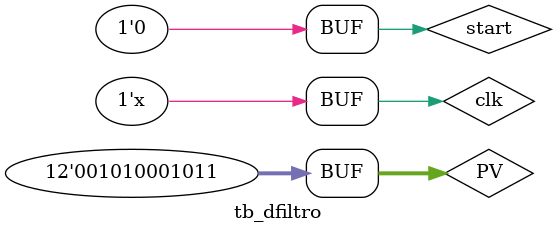
<source format=sv>
`timescale 1ps / 1ps

module tb_dfiltro;

logic clk;
logic start;
logic [11:0] PV;
logic [11:0] dPV;
logic [11:0] dPV_max;

parameter Q = 15;
parameter N = 28;

dfiltro #(Q,N) filt(PV,clk,start,dPV,dPV_max);

initial begin
    clk = 1; 
    start = 0; 
    #100
    PV = 500;
    #100
    PV = 510; 
    #100
    PV = 511;    
    #100
    PV = 611; 
    #100
    PV = 651; 
end

always begin
    #5 clk = ~clk;
end

always begin
    #90
    start = 1;
    #10
    start = 0;
end

endmodule

</source>
